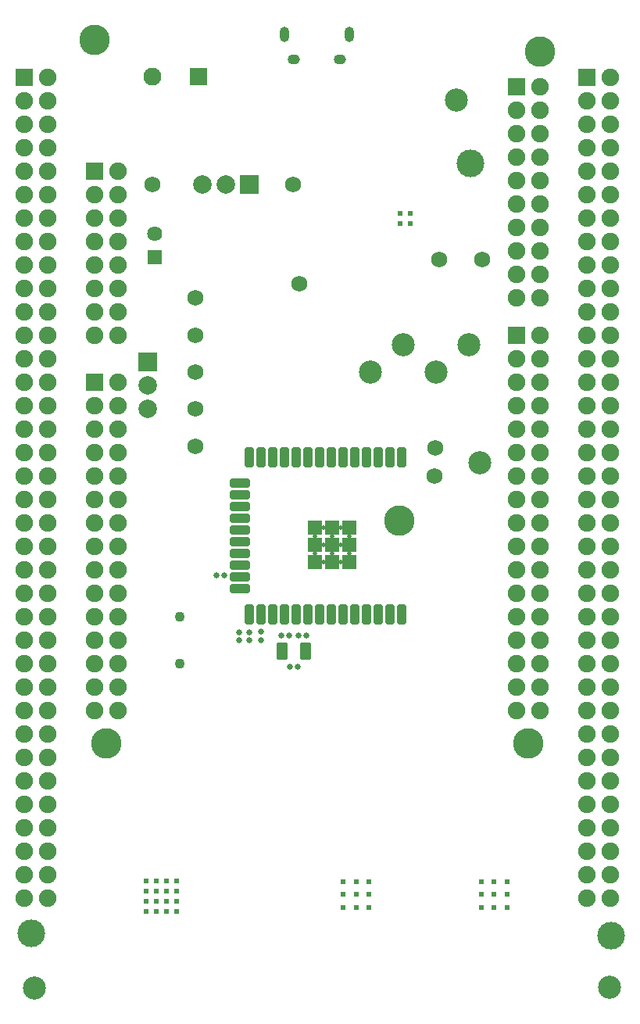
<source format=gbs>
G04*
G04 #@! TF.GenerationSoftware,Altium Limited,Altium Designer,20.1.11 (218)*
G04*
G04 Layer_Color=16711935*
%FSLAX24Y24*%
%MOIN*%
G70*
G04*
G04 #@! TF.SameCoordinates,65F66D52-CE9B-4770-8034-86EEF532C684*
G04*
G04*
G04 #@! TF.FilePolarity,Negative*
G04*
G01*
G75*
%ADD86C,0.1181*%
G04:AMPARAMS|DCode=88|XSize=23.9mil|YSize=23.9mil|CornerRadius=8mil|HoleSize=0mil|Usage=FLASHONLY|Rotation=180.000|XOffset=0mil|YOffset=0mil|HoleType=Round|Shape=RoundedRectangle|*
%AMROUNDEDRECTD88*
21,1,0.0239,0.0080,0,0,180.0*
21,1,0.0080,0.0239,0,0,180.0*
1,1,0.0159,-0.0040,0.0040*
1,1,0.0159,0.0040,0.0040*
1,1,0.0159,0.0040,-0.0040*
1,1,0.0159,-0.0040,-0.0040*
%
%ADD88ROUNDEDRECTD88*%
G04:AMPARAMS|DCode=91|XSize=23.9mil|YSize=23.9mil|CornerRadius=8mil|HoleSize=0mil|Usage=FLASHONLY|Rotation=90.000|XOffset=0mil|YOffset=0mil|HoleType=Round|Shape=RoundedRectangle|*
%AMROUNDEDRECTD91*
21,1,0.0239,0.0080,0,0,90.0*
21,1,0.0080,0.0239,0,0,90.0*
1,1,0.0159,0.0040,0.0040*
1,1,0.0159,0.0040,-0.0040*
1,1,0.0159,-0.0040,-0.0040*
1,1,0.0159,-0.0040,0.0040*
%
%ADD91ROUNDEDRECTD91*%
G04:AMPARAMS|DCode=145|XSize=53.1mil|YSize=41.3mil|CornerRadius=20.7mil|HoleSize=0mil|Usage=FLASHONLY|Rotation=180.000|XOffset=0mil|YOffset=0mil|HoleType=Round|Shape=RoundedRectangle|*
%AMROUNDEDRECTD145*
21,1,0.0531,0.0000,0,0,180.0*
21,1,0.0118,0.0413,0,0,180.0*
1,1,0.0413,-0.0059,0.0000*
1,1,0.0413,0.0059,0.0000*
1,1,0.0413,0.0059,0.0000*
1,1,0.0413,-0.0059,0.0000*
%
%ADD145ROUNDEDRECTD145*%
G04:AMPARAMS|DCode=146|XSize=41.3mil|YSize=65mil|CornerRadius=20.7mil|HoleSize=0mil|Usage=FLASHONLY|Rotation=180.000|XOffset=0mil|YOffset=0mil|HoleType=Round|Shape=RoundedRectangle|*
%AMROUNDEDRECTD146*
21,1,0.0413,0.0236,0,0,180.0*
21,1,0.0000,0.0650,0,0,180.0*
1,1,0.0413,0.0000,0.0118*
1,1,0.0413,0.0000,0.0118*
1,1,0.0413,0.0000,-0.0118*
1,1,0.0413,0.0000,-0.0118*
%
%ADD146ROUNDEDRECTD146*%
%ADD147R,0.0640X0.0640*%
%ADD148C,0.0640*%
%ADD149C,0.0434*%
%ADD150C,0.0680*%
%ADD151C,0.0749*%
%ADD152R,0.0749X0.0749*%
%ADD153C,0.1300*%
%ADD154C,0.0985*%
%ADD155R,0.0787X0.0787*%
%ADD156C,0.0787*%
%ADD157C,0.0768*%
%ADD158R,0.0768X0.0768*%
%ADD159R,0.0787X0.0787*%
%ADD160C,0.0197*%
%ADD161C,0.0237*%
%ADD162C,0.0240*%
G04:AMPARAMS|DCode=229|XSize=84.3mil|YSize=40.9mil|CornerRadius=6.3mil|HoleSize=0mil|Usage=FLASHONLY|Rotation=270.000|XOffset=0mil|YOffset=0mil|HoleType=Round|Shape=RoundedRectangle|*
%AMROUNDEDRECTD229*
21,1,0.0843,0.0283,0,0,270.0*
21,1,0.0717,0.0409,0,0,270.0*
1,1,0.0126,-0.0142,-0.0358*
1,1,0.0126,-0.0142,0.0358*
1,1,0.0126,0.0142,0.0358*
1,1,0.0126,0.0142,-0.0358*
%
%ADD229ROUNDEDRECTD229*%
G04:AMPARAMS|DCode=230|XSize=84.3mil|YSize=40.9mil|CornerRadius=6.3mil|HoleSize=0mil|Usage=FLASHONLY|Rotation=0.000|XOffset=0mil|YOffset=0mil|HoleType=Round|Shape=RoundedRectangle|*
%AMROUNDEDRECTD230*
21,1,0.0843,0.0283,0,0,0.0*
21,1,0.0717,0.0409,0,0,0.0*
1,1,0.0126,0.0358,-0.0142*
1,1,0.0126,-0.0358,-0.0142*
1,1,0.0126,-0.0358,0.0142*
1,1,0.0126,0.0358,0.0142*
%
%ADD230ROUNDEDRECTD230*%
G04:AMPARAMS|DCode=231|XSize=40.9mil|YSize=84.3mil|CornerRadius=6.3mil|HoleSize=0mil|Usage=FLASHONLY|Rotation=0.000|XOffset=0mil|YOffset=0mil|HoleType=Round|Shape=RoundedRectangle|*
%AMROUNDEDRECTD231*
21,1,0.0409,0.0717,0,0,0.0*
21,1,0.0283,0.0843,0,0,0.0*
1,1,0.0126,0.0142,-0.0358*
1,1,0.0126,-0.0142,-0.0358*
1,1,0.0126,-0.0142,0.0358*
1,1,0.0126,0.0142,0.0358*
%
%ADD231ROUNDEDRECTD231*%
G04:AMPARAMS|DCode=232|XSize=57.9mil|YSize=57.9mil|CornerRadius=0mil|HoleSize=0mil|Usage=FLASHONLY|Rotation=270.000|XOffset=0mil|YOffset=0mil|HoleType=Round|Shape=RoundedRectangle|*
%AMROUNDEDRECTD232*
21,1,0.0579,0.0579,0,0,270.0*
21,1,0.0579,0.0579,0,0,270.0*
1,1,0.0000,-0.0289,-0.0289*
1,1,0.0000,-0.0289,0.0289*
1,1,0.0000,0.0289,0.0289*
1,1,0.0000,0.0289,-0.0289*
%
%ADD232ROUNDEDRECTD232*%
G04:AMPARAMS|DCode=233|XSize=76.4mil|YSize=44.9mil|CornerRadius=6.7mil|HoleSize=0mil|Usage=FLASHONLY|Rotation=270.000|XOffset=0mil|YOffset=0mil|HoleType=Round|Shape=RoundedRectangle|*
%AMROUNDEDRECTD233*
21,1,0.0764,0.0315,0,0,270.0*
21,1,0.0630,0.0449,0,0,270.0*
1,1,0.0134,-0.0157,-0.0315*
1,1,0.0134,-0.0157,0.0315*
1,1,0.0134,0.0157,0.0315*
1,1,0.0134,0.0157,-0.0315*
%
%ADD233ROUNDEDRECTD233*%
D86*
X26331Y3475D02*
D03*
X20337Y36405D02*
D03*
X1601Y3551D02*
D03*
D88*
X11412Y16421D02*
D03*
Y16071D02*
D03*
X10910Y16410D02*
D03*
Y16060D02*
D03*
X10457Y16410D02*
D03*
Y16060D02*
D03*
D91*
X12978Y14936D02*
D03*
X12628D02*
D03*
X13349Y16258D02*
D03*
X12999D02*
D03*
X12267D02*
D03*
X12617D02*
D03*
X9488Y18815D02*
D03*
X9838D02*
D03*
D145*
X12814Y40823D02*
D03*
X14783D02*
D03*
D146*
X12421Y41886D02*
D03*
X15177D02*
D03*
D147*
X6860Y32400D02*
D03*
D148*
Y33400D02*
D03*
D149*
X7944Y15063D02*
D03*
Y17074D02*
D03*
D150*
X18809Y23071D02*
D03*
X18823Y24258D02*
D03*
X8593Y25914D02*
D03*
Y29071D02*
D03*
Y27493D02*
D03*
Y24336D02*
D03*
Y30650D02*
D03*
X20853Y32292D02*
D03*
X19003D02*
D03*
X6755Y35483D02*
D03*
X12781D02*
D03*
X13029Y31272D02*
D03*
D151*
X26296Y40053D02*
D03*
X25296Y39053D02*
D03*
X26296D02*
D03*
Y37053D02*
D03*
Y38053D02*
D03*
Y36053D02*
D03*
X25296Y37053D02*
D03*
Y38053D02*
D03*
Y36053D02*
D03*
X26296Y34053D02*
D03*
Y35053D02*
D03*
Y32053D02*
D03*
Y33053D02*
D03*
X25296Y31053D02*
D03*
Y32053D02*
D03*
X26296Y31053D02*
D03*
Y29053D02*
D03*
Y30053D02*
D03*
Y28053D02*
D03*
Y27053D02*
D03*
X25296Y30053D02*
D03*
X26296Y26053D02*
D03*
X25296Y34053D02*
D03*
Y35053D02*
D03*
Y33053D02*
D03*
Y28053D02*
D03*
Y29053D02*
D03*
Y26053D02*
D03*
Y27053D02*
D03*
X23296Y39663D02*
D03*
Y37663D02*
D03*
Y38663D02*
D03*
X22296D02*
D03*
X23296Y36663D02*
D03*
Y35663D02*
D03*
X22296Y37663D02*
D03*
Y36663D02*
D03*
X23296Y33663D02*
D03*
Y34663D02*
D03*
Y31663D02*
D03*
Y32663D02*
D03*
X22296Y33663D02*
D03*
X23296Y26063D02*
D03*
Y27063D02*
D03*
Y25063D02*
D03*
Y29063D02*
D03*
Y30663D02*
D03*
Y28063D02*
D03*
X22296Y34663D02*
D03*
Y35663D02*
D03*
Y31663D02*
D03*
Y32663D02*
D03*
Y30663D02*
D03*
Y26063D02*
D03*
Y27063D02*
D03*
Y25063D02*
D03*
Y28063D02*
D03*
X26296Y21053D02*
D03*
Y22053D02*
D03*
Y18053D02*
D03*
Y19053D02*
D03*
Y24053D02*
D03*
Y25053D02*
D03*
Y23053D02*
D03*
X25296D02*
D03*
Y24053D02*
D03*
X26296Y20053D02*
D03*
X25296Y22053D02*
D03*
Y20053D02*
D03*
Y21053D02*
D03*
Y19053D02*
D03*
X26296Y16053D02*
D03*
Y17053D02*
D03*
Y15053D02*
D03*
X25296Y17053D02*
D03*
Y18053D02*
D03*
Y16053D02*
D03*
X26296Y13053D02*
D03*
Y14053D02*
D03*
Y11053D02*
D03*
Y12053D02*
D03*
X25296Y14053D02*
D03*
Y15053D02*
D03*
Y12053D02*
D03*
X26296Y6053D02*
D03*
Y7053D02*
D03*
Y5053D02*
D03*
Y9053D02*
D03*
Y10053D02*
D03*
Y8053D02*
D03*
X25296Y7053D02*
D03*
Y8053D02*
D03*
Y5053D02*
D03*
Y6053D02*
D03*
Y10053D02*
D03*
Y13053D02*
D03*
Y9053D02*
D03*
Y25053D02*
D03*
X23296Y24063D02*
D03*
Y22063D02*
D03*
Y23063D02*
D03*
Y20063D02*
D03*
Y21063D02*
D03*
Y19063D02*
D03*
X22296Y23063D02*
D03*
Y24063D02*
D03*
Y22063D02*
D03*
Y21063D02*
D03*
Y19063D02*
D03*
Y20063D02*
D03*
Y18063D02*
D03*
X23296Y17063D02*
D03*
Y18063D02*
D03*
Y15063D02*
D03*
Y16063D02*
D03*
X22296D02*
D03*
Y17063D02*
D03*
Y15063D02*
D03*
X23296Y13063D02*
D03*
Y14063D02*
D03*
X25296Y11053D02*
D03*
X22296Y13063D02*
D03*
Y14063D02*
D03*
X5296Y36053D02*
D03*
Y34053D02*
D03*
Y35053D02*
D03*
X4296Y33053D02*
D03*
Y34053D02*
D03*
X5296Y33053D02*
D03*
Y32053D02*
D03*
X4296Y35053D02*
D03*
Y32053D02*
D03*
X5296Y30053D02*
D03*
Y31053D02*
D03*
Y29053D02*
D03*
Y26053D02*
D03*
Y27053D02*
D03*
Y25053D02*
D03*
Y24053D02*
D03*
Y23053D02*
D03*
X4296D02*
D03*
X5296Y22053D02*
D03*
X4296Y30053D02*
D03*
Y31053D02*
D03*
Y29053D02*
D03*
Y25053D02*
D03*
Y26053D02*
D03*
Y24053D02*
D03*
X2296Y39053D02*
D03*
Y40053D02*
D03*
Y37053D02*
D03*
X1296Y39053D02*
D03*
X2296Y38053D02*
D03*
Y36053D02*
D03*
Y35053D02*
D03*
X1296D02*
D03*
Y36053D02*
D03*
Y34053D02*
D03*
Y38053D02*
D03*
Y37053D02*
D03*
X2296Y30053D02*
D03*
Y31053D02*
D03*
Y28053D02*
D03*
Y29053D02*
D03*
Y33053D02*
D03*
Y34053D02*
D03*
Y32053D02*
D03*
Y27053D02*
D03*
Y24053D02*
D03*
Y25053D02*
D03*
Y23053D02*
D03*
X1296Y29053D02*
D03*
Y30053D02*
D03*
Y27053D02*
D03*
Y28053D02*
D03*
Y32053D02*
D03*
Y33053D02*
D03*
Y31053D02*
D03*
X2296Y26053D02*
D03*
X1296D02*
D03*
X2296Y22053D02*
D03*
X1296Y24053D02*
D03*
Y25053D02*
D03*
Y23053D02*
D03*
X5296Y20053D02*
D03*
Y21053D02*
D03*
Y18053D02*
D03*
Y19053D02*
D03*
Y15053D02*
D03*
Y14053D02*
D03*
Y13053D02*
D03*
X4296Y21053D02*
D03*
Y22053D02*
D03*
Y18053D02*
D03*
Y20053D02*
D03*
Y17053D02*
D03*
X5296D02*
D03*
Y16053D02*
D03*
X4296Y15053D02*
D03*
Y16053D02*
D03*
Y14053D02*
D03*
Y13053D02*
D03*
X2296Y20053D02*
D03*
Y21053D02*
D03*
X4296Y19053D02*
D03*
X2296D02*
D03*
Y17053D02*
D03*
Y18053D02*
D03*
Y16053D02*
D03*
X1296Y18053D02*
D03*
Y19053D02*
D03*
Y16053D02*
D03*
Y17053D02*
D03*
Y21053D02*
D03*
Y22053D02*
D03*
Y20053D02*
D03*
X2296Y14053D02*
D03*
Y15053D02*
D03*
Y12053D02*
D03*
Y13053D02*
D03*
Y11053D02*
D03*
X1296Y12053D02*
D03*
X2296Y10053D02*
D03*
Y8053D02*
D03*
Y9053D02*
D03*
Y7053D02*
D03*
Y5053D02*
D03*
Y6053D02*
D03*
X1296Y5053D02*
D03*
Y10053D02*
D03*
Y11053D02*
D03*
Y9053D02*
D03*
Y14053D02*
D03*
Y15053D02*
D03*
Y13053D02*
D03*
Y7053D02*
D03*
Y8053D02*
D03*
Y6053D02*
D03*
D152*
X25296Y40053D02*
D03*
X22296Y39663D02*
D03*
Y29063D02*
D03*
X4296Y36053D02*
D03*
Y27053D02*
D03*
X1296Y40053D02*
D03*
D153*
X23296Y41163D02*
D03*
X17296Y21163D02*
D03*
X22796Y11663D02*
D03*
X4296Y41663D02*
D03*
X4796Y11663D02*
D03*
D154*
X19727Y39081D02*
D03*
X16059Y27483D02*
D03*
X20743Y23622D02*
D03*
X17468Y28679D02*
D03*
X20283D02*
D03*
X18876Y27483D02*
D03*
X1732Y1228D02*
D03*
X26256Y1273D02*
D03*
D155*
X6560Y27916D02*
D03*
D156*
Y26916D02*
D03*
Y25916D02*
D03*
X8921Y35483D02*
D03*
X9921D02*
D03*
D157*
X6770Y40106D02*
D03*
D158*
X8738D02*
D03*
D159*
X10921Y35483D02*
D03*
D160*
X14801Y20125D02*
D03*
Y19402D02*
D03*
Y20847D02*
D03*
X14079D02*
D03*
Y19402D02*
D03*
X15162Y20486D02*
D03*
X13718D02*
D03*
X14440D02*
D03*
X15162Y19763D02*
D03*
X13718D02*
D03*
X14440D02*
D03*
X14079Y20125D02*
D03*
D161*
X7795Y5807D02*
D03*
Y5374D02*
D03*
Y4941D02*
D03*
Y4508D02*
D03*
X7362Y5807D02*
D03*
Y4508D02*
D03*
X6929Y5807D02*
D03*
X6496D02*
D03*
Y5374D02*
D03*
Y4941D02*
D03*
Y4508D02*
D03*
X6929D02*
D03*
X7362Y4941D02*
D03*
Y5374D02*
D03*
X6929Y4941D02*
D03*
X6949Y5374D02*
D03*
X14907Y5215D02*
D03*
Y5766D02*
D03*
X15459D02*
D03*
Y5215D02*
D03*
X21901Y5766D02*
D03*
Y5215D02*
D03*
Y4664D02*
D03*
X21349D02*
D03*
X20798D02*
D03*
Y5215D02*
D03*
Y5766D02*
D03*
X21349D02*
D03*
Y5215D02*
D03*
X16010Y5766D02*
D03*
Y5215D02*
D03*
Y4664D02*
D03*
X15459D02*
D03*
X14907D02*
D03*
D162*
X17778Y34269D02*
D03*
Y33836D02*
D03*
X17345Y34269D02*
D03*
Y33836D02*
D03*
D229*
X17393Y23865D02*
D03*
X16893D02*
D03*
X16393D02*
D03*
X15893D02*
D03*
X15393D02*
D03*
X14893D02*
D03*
X14393D02*
D03*
X13893D02*
D03*
X13393D02*
D03*
X12893D02*
D03*
X12393D02*
D03*
X11893D02*
D03*
X11393D02*
D03*
X10893D02*
D03*
Y17172D02*
D03*
X11393D02*
D03*
X11893D02*
D03*
X12393D02*
D03*
X12893D02*
D03*
X13393D02*
D03*
X13893D02*
D03*
X14393D02*
D03*
X14893D02*
D03*
X15393D02*
D03*
X15893D02*
D03*
X16393D02*
D03*
X16893D02*
D03*
D230*
X10499Y18268D02*
D03*
Y19768D02*
D03*
Y20768D02*
D03*
Y22268D02*
D03*
Y19268D02*
D03*
Y18768D02*
D03*
Y20268D02*
D03*
Y21768D02*
D03*
Y22768D02*
D03*
Y21268D02*
D03*
D231*
X17393Y17172D02*
D03*
D232*
X14440Y19402D02*
D03*
Y20847D02*
D03*
X15162D02*
D03*
X14440Y20125D02*
D03*
X13718Y20847D02*
D03*
Y20125D02*
D03*
Y19402D02*
D03*
X15162Y20125D02*
D03*
Y19402D02*
D03*
D233*
X13296Y15598D02*
D03*
X12312D02*
D03*
M02*

</source>
